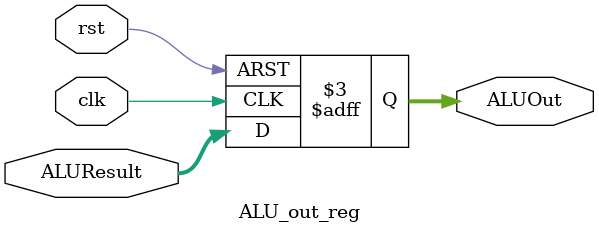
<source format=v>

module ALU_out_reg(
input rst,clk,
input [31:0]ALUResult,
output reg [31:0]ALUOut
    );
    
    always @ (posedge clk or negedge rst) begin
     if (!rst)
      ALUOut <= 32'h00000000;
      else
      ALUOut <= ALUResult; 
    end
    
endmodule

</source>
